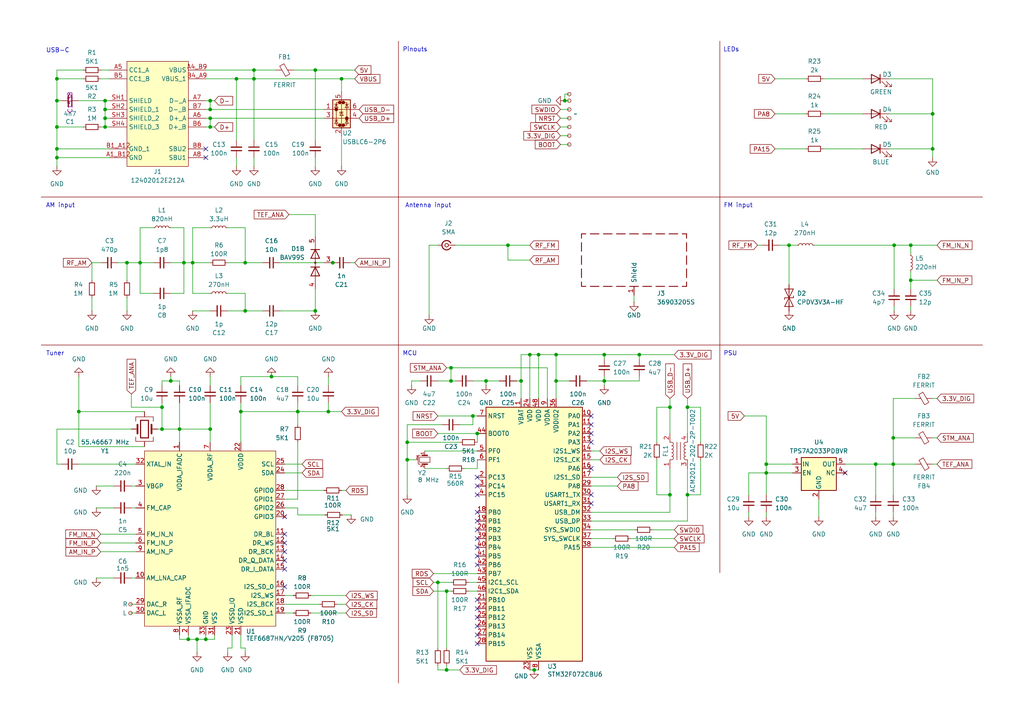
<source format=kicad_sch>
(kicad_sch (version 20250114) (generator "eeschema") (generator_version "9.0")
  (paper "A4")
  (title_block (title "TEF668X Headless USB Tuner Lite") (date "2025-04-11") (rev "v1.0") (company "FMDX.org: Konrad Kosmatka & Sjef Verhoeven"))
  (text "PSU" (at 211.836 102.616 0) (effects (font (size 1.27 1.27))))
  (text "Pinouts\n" (at 120.396 14.478 0) (effects (font (size 1.27 1.27))))
  (text "AM input" (at 17.526 59.69 0) (effects (font (size 1.27 1.27))))
  (text "Antenna input" (at 124.206 59.69 0) (effects (font (size 1.27 1.27))))
  (text "MCU" (at 118.872 102.616 0) (effects (font (size 1.27 1.27))))
  (text "Tuner" (at 16.002 102.616 0) (effects (font (size 1.27 1.27))))
  (text "USB-C" (at 16.764 14.732 0) (effects (font (size 1.27 1.27))))
  (text "FM input" (at 214.122 59.69 0) (effects (font (size 1.27 1.27))))
  (text "LEDs" (at 212.09 14.478 0) (effects (font (size 1.27 1.27))))
  (junction (at 175.26 110.49))
  (junction (at 259.08 134.62))
  (junction (at 137.16 120.65))
  (junction (at 118.11 133.35))
  (junction (at 55.88 76.2))
  (junction (at 95.25 119.38))
  (junction (at 73.66 20.32))
  (junction (at 78.74 109.22))
  (junction (at 16.51 45.72))
  (junction (at 156.21 102.87))
  (junction (at 129.54 194.31))
  (junction (at 69.85 119.38))
  (junction (at 60.96 34.29))
  (junction (at 163.83 29.21))
  (junction (at 222.25 137.16))
  (junction (at 60.96 36.83))
  (junction (at 147.32 71.12))
  (junction (at 46.99 118.11))
  (junction (at 73.66 22.86))
  (junction (at 259.334 71.12))
  (junction (at 194.31 118.11))
  (junction (at 91.44 90.17))
  (junction (at 140.97 110.49))
  (junction (at 161.29 102.87))
  (junction (at 16.51 29.21))
  (junction (at 185.42 102.87))
  (junction (at 57.15 185.42))
  (junction (at 222.25 134.62))
  (junction (at 138.43 125.73))
  (junction (at 52.07 124.46))
  (junction (at 71.12 90.17))
  (junction (at 127 168.91))
  (junction (at 130.81 110.49))
  (junction (at 30.48 29.21))
  (junction (at 154.94 194.31))
  (junction (at 130.81 106.68))
  (junction (at 199.39 143.51))
  (junction (at 199.39 118.11))
  (junction (at 175.26 102.87))
  (junction (at 96.52 76.2))
  (junction (at 99.06 22.86))
  (junction (at 49.53 110.49))
  (junction (at 270.51 43.18))
  (junction (at 40.64 76.2))
  (junction (at 53.34 76.2))
  (junction (at 16.51 36.83))
  (junction (at 129.54 171.45))
  (junction (at 254 134.62))
  (junction (at 36.83 76.2))
  (junction (at 54.61 185.42))
  (junction (at 228.854 71.12))
  (junction (at 30.48 34.29))
  (junction (at 91.44 20.32))
  (junction (at 30.48 36.83))
  (junction (at 270.51 33.02))
  (junction (at 16.51 43.18))
  (junction (at 151.13 110.49))
  (junction (at 118.11 128.27))
  (junction (at 59.69 185.42))
  (junction (at 161.29 110.49))
  (junction (at 68.58 22.86))
  (junction (at 60.96 29.21))
  (junction (at 194.31 143.51))
  (junction (at 264.16 71.12))
  (junction (at 264.16 81.28))
  (junction (at 153.67 102.87))
  (junction (at 259.08 127))
  (junction (at 22.86 119.38))
  (junction (at 46.99 124.46))
  (junction (at 71.12 76.2))
  (junction (at 30.48 31.75))
  (junction (at 16.51 22.86))
  (junction (at 60.96 31.75))
  (junction (at 86.36 119.38))
  (junction (at 60.96 124.46))
  (no_connect (at 171.45 123.19))
  (no_connect (at 138.43 138.43))
  (no_connect (at 171.45 128.27))
  (no_connect (at 138.43 179.07))
  (no_connect (at 82.55 149.86))
  (no_connect (at 82.55 162.56))
  (no_connect (at 138.43 176.53))
  (no_connect (at 82.55 157.48))
  (no_connect (at 82.55 154.94))
  (no_connect (at 171.45 143.51))
  (no_connect (at 138.43 163.83))
  (no_connect (at 138.43 181.61))
  (no_connect (at 138.43 173.99))
  (no_connect (at 171.45 120.65))
  (no_connect (at 59.69 43.18))
  (no_connect (at 59.69 45.72))
  (no_connect (at 245.11 137.16))
  (no_connect (at 138.43 148.59))
  (no_connect (at 82.55 170.18))
  (no_connect (at 82.55 160.02))
  (no_connect (at 138.43 156.21))
  (no_connect (at 138.43 158.75))
  (no_connect (at 138.43 153.67))
  (no_connect (at 138.43 161.29))
  (no_connect (at 138.43 140.97))
  (no_connect (at 138.43 184.15))
  (no_connect (at 82.55 165.1))
  (no_connect (at 138.43 143.51))
  (no_connect (at 171.45 125.73))
  (no_connect (at 171.45 146.05))
  (no_connect (at 138.43 186.69))
  (no_connect (at 171.45 135.89))
  (no_connect (at 138.43 151.13))
  (wire (pts (xy 118.11 123.19) (xy 118.11 128.27)))
  (wire (pts (xy 91.44 62.23) (xy 91.44 68.58)))
  (wire (pts (xy 171.45 140.97) (xy 179.07 140.97)))
  (wire (pts (xy 46.99 118.11) (xy 46.99 116.84)))
  (wire (pts (xy 81.28 90.17) (xy 91.44 90.17)))
  (wire (pts (xy 59.69 34.29) (xy 60.96 34.29)))
  (wire (pts (xy 199.39 115.57) (xy 199.39 118.11)))
  (wire (pts (xy 245.11 134.62) (xy 254 134.62)))
  (wire (pts (xy 259.08 134.62) (xy 265.43 134.62)))
  (wire (pts (xy 16.51 29.21) (xy 17.78 29.21)))
  (wire (pts (xy 137.16 110.49) (xy 140.97 110.49)))
  (wire (pts (xy 71.12 90.17) (xy 71.12 85.09)))
  (wire (pts (xy 52.07 116.84) (xy 52.07 124.46)))
  (wire (pts (xy 81.28 76.2) (xy 96.52 76.2)))
  (wire (pts (xy 40.64 76.2) (xy 40.64 85.09)))
  (wire (pts (xy 264.16 90.17) (xy 264.16 88.9)))
  (wire (pts (xy 138.43 135.89) (xy 138.43 133.35)))
  (wire (pts (xy 29.21 20.32) (xy 31.75 20.32)))
  (wire (pts (xy 30.48 34.29) (xy 30.48 36.83)))
  (wire (pts (xy 82.55 175.26) (xy 92.71 175.26)))
  (wire (pts (xy 66.04 187.96) (xy 66.04 189.23)))
  (wire (pts (xy 171.45 138.43) (xy 179.07 138.43)))
  (wire (pts (xy 119.38 110.49) (xy 119.38 111.76)))
  (polyline (pts (xy 208.788 11.938) (xy 208.788 166.116)) (stroke (width 0) (color 132 0 0 1)))
  (wire (pts (xy 151.13 102.87) (xy 153.67 102.87)))
  (wire (pts (xy 182.88 156.21) (xy 195.58 156.21)))
  (wire (pts (xy 162.56 36.83) (xy 165.1 36.83)))
  (wire (pts (xy 60.96 109.22) (xy 60.96 111.76)))
  (wire (pts (xy 194.31 135.89) (xy 194.31 143.51)))
  (wire (pts (xy 140.97 111.76) (xy 140.97 110.49)))
  (wire (pts (xy 49.53 76.2) (xy 53.34 76.2)))
  (wire (pts (xy 66.04 90.17) (xy 71.12 90.17)))
  (wire (pts (xy 270.51 33.02) (xy 270.51 43.18)))
  (wire (pts (xy 125.73 171.45) (xy 129.54 171.45)))
  (wire (pts (xy 38.1 147.32) (xy 39.37 147.32)))
  (wire (pts (xy 129.54 193.04) (xy 129.54 194.31)))
  (wire (pts (xy 215.9 120.65) (xy 222.25 120.65)))
  (wire (pts (xy 175.26 109.22) (xy 175.26 110.49)))
  (wire (pts (xy 217.17 137.16) (xy 222.25 137.16)))
  (wire (pts (xy 171.45 153.67) (xy 184.15 153.67)))
  (wire (pts (xy 132.08 71.12) (xy 147.32 71.12)))
  (wire (pts (xy 26.67 76.2) (xy 26.67 81.28)))
  (wire (pts (xy 67.31 187.96) (xy 67.31 184.15)))
  (wire (pts (xy 78.74 109.22) (xy 86.36 109.22)))
  (wire (pts (xy 53.34 76.2) (xy 55.88 76.2)))
  (wire (pts (xy 38.1 167.64) (xy 39.37 167.64)))
  (wire (pts (xy 46.99 110.49) (xy 46.99 111.76)))
  (wire (pts (xy 222.25 137.16) (xy 222.25 143.51)))
  (wire (pts (xy 137.16 123.19) (xy 137.16 120.65)))
  (wire (pts (xy 91.44 20.32) (xy 102.87 20.32)))
  (wire (pts (xy 27.94 167.64) (xy 33.02 167.64)))
  (wire (pts (xy 71.12 90.17) (xy 76.2 90.17)))
  (wire (pts (xy 217.17 149.86) (xy 217.17 148.59)))
  (wire (pts (xy 86.36 109.22) (xy 86.36 111.76)))
  (wire (pts (xy 57.15 185.42) (xy 59.69 185.42)))
  (wire (pts (xy 22.86 129.54) (xy 41.91 129.54)))
  (wire (pts (xy 161.29 102.87) (xy 161.29 110.49)))
  (wire (pts (xy 190.5 133.35) (xy 190.5 143.51)))
  (wire (pts (xy 161.29 102.87) (xy 175.26 102.87)))
  (wire (pts (xy 71.12 66.04) (xy 71.12 76.2)))
  (wire (pts (xy 189.23 153.67) (xy 195.58 153.67)))
  (wire (pts (xy 162.56 39.37) (xy 165.1 39.37)))
  (wire (pts (xy 222.25 120.65) (xy 222.25 134.62)))
  (wire (pts (xy 153.67 102.87) (xy 156.21 102.87)))
  (wire (pts (xy 203.2 128.27) (xy 203.2 118.11)))
  (wire (pts (xy 66.04 66.04) (xy 71.12 66.04)))
  (wire (pts (xy 71.12 76.2) (xy 76.2 76.2)))
  (wire (pts (xy 194.31 143.51) (xy 194.31 148.59)))
  (wire (pts (xy 95.25 109.22) (xy 95.25 111.76)))
  (wire (pts (xy 82.55 134.62) (xy 87.63 134.62)))
  (wire (pts (xy 52.07 124.46) (xy 60.96 124.46)))
  (wire (pts (xy 69.85 187.96) (xy 69.85 184.15)))
  (wire (pts (xy 62.23 185.42) (xy 62.23 184.15)))
  (wire (pts (xy 82.55 142.24) (xy 93.98 142.24)))
  (wire (pts (xy 259.334 90.17) (xy 259.334 88.9)))
  (wire (pts (xy 90.17 172.72) (xy 100.33 172.72)))
  (wire (pts (xy 68.58 22.86) (xy 73.66 22.86)))
  (wire (pts (xy 129.54 171.45) (xy 130.81 171.45)))
  (wire (pts (xy 222.25 149.86) (xy 222.25 148.59)))
  (wire (pts (xy 259.08 149.86) (xy 259.08 148.59)))
  (wire (pts (xy 130.81 106.68) (xy 158.75 106.68)))
  (wire (pts (xy 52.07 185.42) (xy 54.61 185.42)))
  (wire (pts (xy 119.38 110.49) (xy 121.92 110.49)))
  (wire (pts (xy 224.79 43.18) (xy 233.68 43.18)))
  (wire (pts (xy 16.51 134.62) (xy 17.78 134.62)))
  (wire (pts (xy 86.36 149.352) (xy 94.234 149.352)))
  (wire (pts (xy 170.18 110.49) (xy 175.26 110.49)))
  (wire (pts (xy 254 134.62) (xy 254 143.51)))
  (wire (pts (xy 135.89 171.45) (xy 138.43 171.45)))
  (wire (pts (xy 46.99 110.49) (xy 49.53 110.49)))
  (wire (pts (xy 60.96 116.84) (xy 60.96 124.46)))
  (wire (pts (xy 59.69 20.32) (xy 73.66 20.32)))
  (wire (pts (xy 69.85 116.84) (xy 69.85 119.38)))
  (wire (pts (xy 238.76 22.86) (xy 250.19 22.86)))
  (wire (pts (xy 54.61 185.42) (xy 54.61 184.15)))
  (wire (pts (xy 99.06 22.86) (xy 102.87 22.86)))
  (wire (pts (xy 127 194.31) (xy 129.54 194.31)))
  (wire (pts (xy 38.1 114.3) (xy 38.1 118.11)))
  (wire (pts (xy 34.29 76.2) (xy 36.83 76.2)))
  (wire (pts (xy 82.55 177.8) (xy 85.09 177.8)))
  (wire (pts (xy 264.16 71.12) (xy 271.78 71.12)))
  (wire (pts (xy 16.51 36.83) (xy 16.51 29.21)))
  (wire (pts (xy 91.44 20.32) (xy 91.44 40.64)))
  (wire (pts (xy 69.85 109.22) (xy 69.85 111.76)))
  (wire (pts (xy 127 125.73) (xy 138.43 125.73)))
  (wire (pts (xy 264.16 78.74) (xy 264.16 81.28)))
  (wire (pts (xy 257.81 33.02) (xy 270.51 33.02)))
  (wire (pts (xy 199.39 135.89) (xy 199.39 143.51)))
  (wire (pts (xy 16.51 134.62) (xy 16.51 124.46)))
  (wire (pts (xy 22.86 29.21) (xy 30.48 29.21)))
  (wire (pts (xy 52.07 124.46) (xy 52.07 128.27)))
  (wire (pts (xy 30.48 34.29) (xy 31.75 34.29)))
  (wire (pts (xy 71.12 85.09) (xy 66.04 85.09)))
  (wire (pts (xy 16.51 20.32) (xy 24.13 20.32)))
  (wire (pts (xy 86.36 116.84) (xy 86.36 119.38)))
  (wire (pts (xy 52.07 110.49) (xy 52.07 111.76)))
  (wire (pts (xy 16.51 36.83) (xy 24.13 36.83)))
  (wire (pts (xy 40.64 76.2) (xy 44.45 76.2)))
  (wire (pts (xy 149.86 110.49) (xy 151.13 110.49)))
  (wire (pts (xy 140.97 110.49) (xy 144.78 110.49)))
  (wire (pts (xy 82.55 172.72) (xy 85.09 172.72)))
  (wire (pts (xy 68.58 45.72) (xy 68.58 48.26)))
  (wire (pts (xy 91.44 83.82) (xy 91.44 90.17)))
  (wire (pts (xy 254 134.62) (xy 259.08 134.62)))
  (wire (pts (xy 163.83 29.21) (xy 165.1 29.21)))
  (wire (pts (xy 222.25 137.16) (xy 222.25 134.62)))
  (wire (pts (xy 60.96 29.21) (xy 62.23 29.21)))
  (wire (pts (xy 71.12 187.96) (xy 71.12 189.23)))
  (wire (pts (xy 129.54 106.68) (xy 130.81 106.68)))
  (wire (pts (xy 60.96 29.21) (xy 60.96 31.75)))
  (wire (pts (xy 22.86 109.22) (xy 22.86 119.38)))
  (wire (pts (xy 127 168.91) (xy 130.81 168.91)))
  (wire (pts (xy 151.13 110.49) (xy 151.13 115.57)))
  (wire (pts (xy 73.66 45.72) (xy 73.66 48.26)))
  (wire (pts (xy 224.79 22.86) (xy 233.68 22.86)))
  (wire (pts (xy 57.15 185.42) (xy 57.15 189.23)))
  (wire (pts (xy 69.85 119.38) (xy 86.36 119.38)))
  (wire (pts (xy 173.99 130.81) (xy 171.45 130.81)))
  (wire (pts (xy 86.36 123.19) (xy 86.36 119.38)))
  (wire (pts (xy 123.19 130.81) (xy 138.43 130.81)))
  (wire (pts (xy 129.54 194.31) (xy 133.35 194.31)))
  (wire (pts (xy 194.31 115.57) (xy 194.31 118.11)))
  (wire (pts (xy 22.86 134.62) (xy 39.37 134.62)))
  (wire (pts (xy 59.69 36.83) (xy 60.96 36.83)))
  (wire (pts (xy 36.83 90.17) (xy 36.83 86.36)))
  (wire (pts (xy 54.61 185.42) (xy 57.15 185.42)))
  (wire (pts (xy 29.21 160.02) (xy 39.37 160.02)))
  (wire (pts (xy 38.1 118.11) (xy 46.99 118.11)))
  (wire (pts (xy 199.39 118.11) (xy 199.39 125.73)))
  (wire (pts (xy 147.32 71.12) (xy 147.32 75.438)))
  (wire (pts (xy 171.45 156.21) (xy 177.8 156.21)))
  (wire (pts (xy 190.5 143.51) (xy 194.31 143.51)))
  (wire (pts (xy 60.96 34.29) (xy 60.96 36.83)))
  (wire (pts (xy 270.51 134.62) (xy 271.78 134.62)))
  (wire (pts (xy 69.85 109.22) (xy 78.74 109.22)))
  (wire (pts (xy 90.17 177.8) (xy 100.33 177.8)))
  (wire (pts (xy 162.56 34.29) (xy 165.1 34.29)))
  (wire (pts (xy 163.83 27.305) (xy 165.1 27.305)))
  (wire (pts (xy 16.51 43.18) (xy 16.51 45.72)))
  (wire (pts (xy 270.51 45.72) (xy 270.51 43.18)))
  (wire (pts (xy 127 168.91) (xy 127 187.96)))
  (wire (pts (xy 171.45 158.75) (xy 195.58 158.75)))
  (wire (pts (xy 229.87 137.16) (xy 222.25 137.16)))
  (wire (pts (xy 82.55 137.16) (xy 87.63 137.16)))
  (wire (pts (xy 86.36 119.38) (xy 95.25 119.38)))
  (wire (pts (xy 259.08 134.62) (xy 259.08 143.51)))
  (wire (pts (xy 86.36 128.27) (xy 86.36 144.78)))
  (wire (pts (xy 259.08 115.57) (xy 259.08 127)))
  (wire (pts (xy 59.69 31.75) (xy 60.96 31.75)))
  (wire (pts (xy 66.04 187.96) (xy 67.31 187.96)))
  (wire (pts (xy 147.32 75.438) (xy 153.67 75.438)))
  (wire (pts (xy 91.44 45.72) (xy 91.44 48.26)))
  (wire (pts (xy 55.88 76.2) (xy 55.88 85.09)))
  (wire (pts (xy 228.854 71.12) (xy 228.854 82.55)))
  (polyline (pts (xy 115.57 11.938) (xy 115.57 198.12)) (stroke (width 0) (color 132 0 0 1)))
  (wire (pts (xy 95.25 116.84) (xy 95.25 119.38)))
  (wire (pts (xy 118.11 128.27) (xy 133.35 128.27)))
  (wire (pts (xy 125.73 168.91) (xy 127 168.91)))
  (wire (pts (xy 123.19 135.89) (xy 129.54 135.89)))
  (wire (pts (xy 129.54 171.45) (xy 129.54 187.96)))
  (wire (pts (xy 265.43 115.57) (xy 259.08 115.57)))
  (wire (pts (xy 127 193.04) (xy 127 194.31)))
  (wire (pts (xy 45.72 124.46) (xy 46.99 124.46)))
  (wire (pts (xy 68.58 22.86) (xy 68.58 40.64)))
  (wire (pts (xy 194.31 118.11) (xy 194.31 125.73)))
  (wire (pts (xy 137.16 123.19) (xy 133.35 123.19)))
  (wire (pts (xy 250.19 33.02) (xy 238.76 33.02)))
  (wire (pts (xy 259.08 127) (xy 265.43 127)))
  (wire (pts (xy 264.16 71.12) (xy 264.16 73.66)))
  (wire (pts (xy 190.5 118.11) (xy 190.5 128.27)))
  (wire (pts (xy 60.96 31.75) (xy 93.98 31.75)))
  (wire (pts (xy 156.21 115.57) (xy 156.21 102.87)))
  (wire (pts (xy 86.36 147.32) (xy 86.36 149.352)))
  (wire (pts (xy 83.82 62.23) (xy 91.44 62.23)))
  (wire (pts (xy 66.04 76.2) (xy 71.12 76.2)))
  (wire (pts (xy 99.06 39.37) (xy 99.06 48.26)))
  (wire (pts (xy 226.06 71.12) (xy 228.854 71.12)))
  (wire (pts (xy 237.49 144.78) (xy 237.49 149.86)))
  (wire (pts (xy 27.94 140.97) (xy 33.02 140.97)))
  (wire (pts (xy 59.69 22.86) (xy 68.58 22.86)))
  (wire (pts (xy 27.94 147.32) (xy 33.02 147.32)))
  (wire (pts (xy 194.31 148.59) (xy 171.45 148.59)))
  (wire (pts (xy 52.07 185.42) (xy 52.07 184.15)))
  (wire (pts (xy 36.83 76.2) (xy 40.64 76.2)))
  (wire (pts (xy 130.81 110.49) (xy 127 110.49)))
  (wire (pts (xy 154.94 194.31) (xy 156.21 194.31)))
  (wire (pts (xy 153.67 102.87) (xy 153.67 115.57)))
  (wire (pts (xy 37.846 175.26) (xy 39.37 175.26)))
  (wire (pts (xy 127 120.65) (xy 137.16 120.65)))
  (wire (pts (xy 222.25 134.62) (xy 229.87 134.62)))
  (wire (pts (xy 46.99 124.46) (xy 52.07 124.46)))
  (wire (pts (xy 40.64 66.04) (xy 44.45 66.04)))
  (wire (pts (xy 102.87 76.2) (xy 101.6 76.2)))
  (wire (pts (xy 220.98 71.12) (xy 219.71 71.12)))
  (wire (pts (xy 60.96 34.29) (xy 93.98 34.29)))
  (wire (pts (xy 49.53 66.04) (xy 53.34 66.04)))
  (wire (pts (xy 60.96 36.83) (xy 62.23 36.83)))
  (wire (pts (xy 270.51 127) (xy 271.78 127)))
  (wire (pts (xy 127 71.12) (xy 124.46 71.12)))
  (wire (pts (xy 59.69 29.21) (xy 60.96 29.21)))
  (wire (pts (xy 59.69 185.42) (xy 62.23 185.42)))
  (wire (pts (xy 228.854 71.12) (xy 231.14 71.12)))
  (wire (pts (xy 175.26 102.87) (xy 185.42 102.87)))
  (wire (pts (xy 203.2 133.35) (xy 203.2 143.51)))
  (wire (pts (xy 270.51 22.86) (xy 270.51 33.02)))
  (wire (pts (xy 158.75 106.68) (xy 158.75 115.57)))
  (wire (pts (xy 30.48 31.75) (xy 31.75 31.75)))
  (polyline (pts (xy 11.938 57.15) (xy 284.988 57.15)) (stroke (width 0) (color 132 0 0 1)))
  (wire (pts (xy 55.88 90.17) (xy 60.96 90.17)))
  (wire (pts (xy 118.11 133.35) (xy 120.65 133.35)))
  (wire (pts (xy 147.32 71.12) (xy 153.67 71.12)))
  (wire (pts (xy 46.99 118.11) (xy 46.99 124.46)))
  (wire (pts (xy 73.66 20.32) (xy 80.01 20.32)))
  (wire (pts (xy 69.85 119.38) (xy 69.85 128.27)))
  (wire (pts (xy 40.64 66.04) (xy 40.64 76.2)))
  (wire (pts (xy 49.53 110.49) (xy 52.07 110.49)))
  (wire (pts (xy 82.55 144.78) (xy 86.36 144.78)))
  (wire (pts (xy 26.67 76.2) (xy 29.21 76.2)))
  (wire (pts (xy 16.51 124.46) (xy 38.1 124.46)))
  (wire (pts (xy 59.69 185.42) (xy 59.69 184.15)))
  (wire (pts (xy 185.42 109.22) (xy 185.42 110.49)))
  (wire (pts (xy 259.334 71.12) (xy 264.16 71.12)))
  (wire (pts (xy 73.66 22.86) (xy 99.06 22.86)))
  (wire (pts (xy 30.48 29.21) (xy 31.75 29.21)))
  (wire (pts (xy 29.21 36.83) (xy 30.48 36.83)))
  (wire (pts (xy 162.56 41.91) (xy 165.1 41.91)))
  (wire (pts (xy 97.79 175.26) (xy 100.33 175.26)))
  (wire (pts (xy 236.22 71.12) (xy 259.334 71.12)))
  (wire (pts (xy 203.2 118.11) (xy 199.39 118.11)))
  (wire (pts (xy 99.314 149.352) (xy 101.854 149.352)))
  (wire (pts (xy 40.64 85.09) (xy 44.45 85.09)))
  (wire (pts (xy 49.53 85.09) (xy 53.34 85.09)))
  (wire (pts (xy 30.48 29.21) (xy 30.48 31.75)))
  (wire (pts (xy 124.46 71.12) (xy 124.46 91.44)))
  (wire (pts (xy 199.39 143.51) (xy 199.39 151.13)))
  (wire (pts (xy 16.51 36.83) (xy 16.51 43.18)))
  (wire (pts (xy 138.43 125.73) (xy 138.43 128.27)))
  (wire (pts (xy 55.88 66.04) (xy 60.96 66.04)))
  (wire (pts (xy 49.53 109.22) (xy 49.53 110.49)))
  (wire (pts (xy 16.51 29.21) (xy 16.51 22.86)))
  (wire (pts (xy 161.29 115.57) (xy 161.29 110.49)))
  (wire (pts (xy 175.26 110.49) (xy 175.26 111.76)))
  (wire (pts (xy 254 149.86) (xy 254 148.59)))
  (wire (pts (xy 118.11 128.27) (xy 118.11 133.35)))
  (wire (pts (xy 16.51 45.72) (xy 31.75 45.72)))
  (wire (pts (xy 30.48 36.83) (xy 31.75 36.83)))
  (wire (pts (xy 264.16 81.28) (xy 264.16 83.82)))
  (wire (pts (xy 130.81 106.68) (xy 130.81 110.49)))
  (wire (pts (xy 16.51 45.72) (xy 16.51 48.26)))
  (wire (pts (xy 171.45 133.35) (xy 173.99 133.35)))
  (wire (pts (xy 60.96 124.46) (xy 60.96 128.27)))
  (wire (pts (xy 125.73 166.37) (xy 138.43 166.37)))
  (wire (pts (xy 29.21 22.86) (xy 31.75 22.86)))
  (wire (pts (xy 100.33 142.24) (xy 99.06 142.24)))
  (wire (pts (xy 26.67 86.36) (xy 26.67 90.17)))
  (wire (pts (xy 29.21 154.94) (xy 39.37 154.94)))
  (wire (pts (xy 37.846 177.8) (xy 39.37 177.8)))
  (wire (pts (xy 171.45 151.13) (xy 199.39 151.13)))
  (wire (pts (xy 118.11 123.19) (xy 128.27 123.19)))
  (wire (pts (xy 82.55 147.32) (xy 86.36 147.32)))
  (wire (pts (xy 36.83 76.2) (xy 36.83 81.28)))
  (wire (pts (xy 217.17 137.16) (xy 217.17 143.51)))
  (wire (pts (xy 132.08 110.49) (xy 130.81 110.49)))
  (wire (pts (xy 85.09 20.32) (xy 91.44 20.32)))
  (wire (pts (xy 118.11 133.35) (xy 118.11 143.51)))
  (wire (pts (xy 38.1 140.97) (xy 39.37 140.97)))
  (wire (pts (xy 156.21 102.87) (xy 161.29 102.87)))
  (wire (pts (xy 73.66 20.32) (xy 73.66 22.86)))
  (wire (pts (xy 259.334 71.12) (xy 259.334 83.82)))
  (wire (pts (xy 30.48 31.75) (xy 30.48 34.29)))
  (wire (pts (xy 55.88 66.04) (xy 55.88 76.2)))
  (wire (pts (xy 162.56 31.75) (xy 165.1 31.75)))
  (wire (pts (xy 194.31 118.11) (xy 190.5 118.11)))
  (wire (pts (xy 175.26 102.87) (xy 175.26 104.14)))
  (wire (pts (xy 16.51 22.86) (xy 24.13 22.86)))
  (wire (pts (xy 95.25 119.38) (xy 99.06 119.38)))
  (wire (pts (xy 163.83 29.21) (xy 163.83 27.305)))
  (wire (pts (xy 224.79 33.02) (xy 233.68 33.02)))
  (wire (pts (xy 53.34 76.2) (xy 53.34 85.09)))
  (wire (pts (xy 29.21 157.48) (xy 39.37 157.48)))
  (wire (pts (xy 55.88 76.2) (xy 60.96 76.2)))
  (wire (pts (xy 257.81 22.86) (xy 270.51 22.86)))
  (wire (pts (xy 175.26 110.49) (xy 185.42 110.49)))
  (wire (pts (xy 55.88 85.09) (xy 60.96 85.09)))
  (wire (pts (xy 22.86 119.38) (xy 22.86 129.54)))
  (wire (pts (xy 16.51 22.86) (xy 16.51 20.32)))
  (wire (pts (xy 259.08 127) (xy 259.08 134.62)))
  (wire (pts (xy 257.81 43.18) (xy 270.51 43.18)))
  (wire (pts (xy 151.13 110.49) (xy 151.13 102.87)))
  (wire (pts (xy 185.42 102.87) (xy 185.42 104.14)))
  (wire (pts (xy 165.1 110.49) (xy 161.29 110.49)))
  (wire (pts (xy 99.06 22.86) (xy 99.06 26.67)))
  (wire (pts (xy 22.86 119.38) (xy 41.91 119.38)))
  (wire (pts (xy 185.42 102.87) (xy 195.58 102.87)))
  (wire (pts (xy 154.94 194.31) (xy 153.67 194.31)))
  (wire (pts (xy 183.896 85.598) (xy 183.896 87.63)))
  (wire (pts (xy 270.51 115.57) (xy 271.78 115.57)))
  (wire (pts (xy 199.39 143.51) (xy 203.2 143.51)))
  (wire (pts (xy 137.16 120.65) (xy 138.43 120.65)))
  (wire (pts (xy 264.16 81.28) (xy 271.78 81.28)))
  (wire (pts (xy 53.34 66.04) (xy 53.34 76.2)))
  (wire (pts (xy 73.66 22.86) (xy 73.66 40.64)))
  (wire (pts (xy 135.89 168.91) (xy 138.43 168.91)))
  (polyline (pts (xy 11.938 100.076) (xy 284.988 100.076)) (stroke (width 0) (color 132 0 0 1)))
  (wire (pts (xy 16.51 43.18) (xy 31.75 43.18)))
  (wire (pts (xy 250.19 43.18) (xy 238.76 43.18)))
  (wire (pts (xy 71.12 187.96) (xy 69.85 187.96)))
  (wire (pts (xy 134.62 135.89) (xy 138.43 135.89)))
  (global_label "SWCLK" (shape input) (at 195.58 156.21 0) (property "Intersheetrefs" "${INTERSHEET_REFS}" (effects (hide yes))))
  (global_label "I2S_SD" (shape input) (at 179.07 138.43 0) (property "Intersheetrefs" "${INTERSHEET_REFS}" (effects (hide yes))))
  (global_label "RF_FM" (shape input) (at 219.71 71.12 180) (property "Intersheetrefs" "${INTERSHEET_REFS}" (effects (hide yes))))
  (global_label "3.3V_DIG" (shape input) (at 271.78 115.57 0) (property "Intersheetrefs" "${INTERSHEET_REFS}" (effects (hide yes))))
  (global_label "PA15" (shape input) (at 195.58 158.75 0) (property "Intersheetrefs" "${INTERSHEET_REFS}" (effects (hide yes))))
  (global_label "NRST" (shape input) (at 127 120.65 180) (property "Intersheetrefs" "${INTERSHEET_REFS}" (effects (hide yes))))
  (global_label "AM_IN_P" (shape input) (at 102.87 76.2 0) (property "Intersheetrefs" "${INTERSHEET_REFS}" (effects (hide yes))))
  (global_label "FM_IN_N" (shape input) (at 29.21 154.94 180) (property "Intersheetrefs" "${INTERSHEET_REFS}" (effects (hide yes))))
  (global_label "FM_IN_N" (shape input) (at 271.78 71.12 0) (property "Intersheetrefs" "${INTERSHEET_REFS}" (effects (hide yes))))
  (global_label "FM_IN_P" (shape input) (at 271.78 81.28 0) (property "Intersheetrefs" "${INTERSHEET_REFS}" (effects (hide yes))))
  (global_label "USB_D-" (shape input) (at 104.14 31.75 0) (property "Intersheetrefs" "${INTERSHEET_REFS}" (effects (hide yes))))
  (global_label "RF_FM" (shape input) (at 153.67 71.12 0) (property "Intersheetrefs" "${INTERSHEET_REFS}" (effects (hide yes))))
  (global_label "SWCLK" (shape input) (at 162.56 36.83 180) (property "Intersheetrefs" "${INTERSHEET_REFS}" (effects (hide yes))))
  (global_label "5V" (shape input) (at 102.87 20.32 0) (property "Intersheetrefs" "${INTERSHEET_REFS}" (effects (hide yes))))
  (global_label "SCL" (shape input) (at 125.73 168.91 180) (property "Intersheetrefs" "${INTERSHEET_REFS}" (effects (hide yes))))
  (global_label "3.3V_DIG" (shape input) (at 162.56 39.37 180) (property "Intersheetrefs" "${INTERSHEET_REFS}" (effects (hide yes))))
  (global_label "FM_IN_P" (shape input) (at 29.21 157.48 180) (property "Intersheetrefs" "${INTERSHEET_REFS}" (effects (hide yes))))
  (global_label "SDA" (shape input) (at 125.73 171.45 180) (property "Intersheetrefs" "${INTERSHEET_REFS}" (effects (hide yes))))
  (global_label "D+" (shape input) (at 62.23 36.83 0) (property "Intersheetrefs" "${INTERSHEET_REFS}" (effects (hide yes))))
  (global_label "PA8" (shape input) (at 224.79 33.02 180) (property "Intersheetrefs" "${INTERSHEET_REFS}" (effects (hide yes))))
  (global_label "USB_D+" (shape input) (at 104.14 34.29 0) (property "Intersheetrefs" "${INTERSHEET_REFS}" (effects (hide yes))))
  (global_label "D-" (shape input) (at 62.23 29.21 0) (property "Intersheetrefs" "${INTERSHEET_REFS}" (effects (hide yes))))
  (global_label "TEF_ANA" (shape input) (at 38.1 114.3 90) (property "Intersheetrefs" "${INTERSHEET_REFS}" (effects (hide yes))))
  (global_label "I2S_WS" (shape input) (at 173.99 130.81 0) (property "Intersheetrefs" "${INTERSHEET_REFS}" (effects (hide yes))))
  (global_label "RF_AM" (shape input) (at 26.67 76.2 180) (property "Intersheetrefs" "${INTERSHEET_REFS}" (effects (hide yes))))
  (global_label "SCL" (shape input) (at 87.63 134.62 0) (property "Intersheetrefs" "${INTERSHEET_REFS}" (effects (hide yes))))
  (global_label "RF_AM" (shape input) (at 153.67 75.438 0) (property "Intersheetrefs" "${INTERSHEET_REFS}" (effects (hide yes))))
  (global_label "I2S_CK" (shape input) (at 173.99 133.35 0) (property "Intersheetrefs" "${INTERSHEET_REFS}" (effects (hide yes))))
  (global_label "RDS" (shape input) (at 100.33 142.24 0) (property "Intersheetrefs" "${INTERSHEET_REFS}" (effects (hide yes))))
  (global_label "NRST" (shape input) (at 162.56 34.29 180) (property "Intersheetrefs" "${INTERSHEET_REFS}" (effects (hide yes))))
  (global_label "VBUS" (shape input) (at 102.87 22.86 0) (property "Intersheetrefs" "${INTERSHEET_REFS}" (effects (hide yes))))
  (global_label "USB_D-" (shape input) (at 194.31 115.57 90) (property "Intersheetrefs" "${INTERSHEET_REFS}" (effects (hide yes))))
  (global_label "USB_D+" (shape input) (at 199.39 115.57 90) (property "Intersheetrefs" "${INTERSHEET_REFS}" (effects (hide yes))))
  (global_label "RDS" (shape input) (at 125.73 166.37 180) (property "Intersheetrefs" "${INTERSHEET_REFS}" (effects (hide yes))))
  (global_label "3.3V_DIG" (shape input) (at 133.35 194.31 0) (property "Intersheetrefs" "${INTERSHEET_REFS}" (effects (hide yes))))
  (global_label "TEF_ANA" (shape input) (at 271.78 134.62 0) (property "Intersheetrefs" "${INTERSHEET_REFS}" (effects (hide yes))))
  (global_label "I2S_CK" (shape input) (at 100.33 175.26 0) (property "Intersheetrefs" "${INTERSHEET_REFS}" (effects (hide yes))))
  (global_label "3.3V_DIG" (shape input) (at 195.58 102.87 0) (property "Intersheetrefs" "${INTERSHEET_REFS}" (effects (hide yes))))
  (global_label "3.3V_DIG" (shape input) (at 99.06 119.38 0) (property "Intersheetrefs" "${INTERSHEET_REFS}" (effects (hide yes))))
  (global_label "SWDIO" (shape input) (at 195.58 153.67 0) (property "Intersheetrefs" "${INTERSHEET_REFS}" (effects (hide yes))))
  (global_label "PA15" (shape input) (at 224.79 43.18 180) (property "Intersheetrefs" "${INTERSHEET_REFS}" (effects (hide yes))))
  (global_label "BOOT" (shape input) (at 162.56 41.91 180) (property "Intersheetrefs" "${INTERSHEET_REFS}" (effects (hide yes))))
  (global_label "SWDIO" (shape input) (at 162.56 31.75 180) (property "Intersheetrefs" "${INTERSHEET_REFS}" (effects (hide yes))))
  (global_label "STM_ANA" (shape input) (at 129.54 106.68 180) (property "Intersheetrefs" "${INTERSHEET_REFS}" (effects (hide yes))))
  (global_label "TEF_ANA" (shape input) (at 83.82 62.23 180) (property "Intersheetrefs" "${INTERSHEET_REFS}" (effects (hide yes))))
  (global_label "AM_IN_P" (shape input) (at 29.21 160.02 180) (property "Intersheetrefs" "${INTERSHEET_REFS}" (effects (hide yes))))
  (global_label "5V" (shape input) (at 215.9 120.65 180) (property "Intersheetrefs" "${INTERSHEET_REFS}" (effects (hide yes))))
  (global_label "PA8" (shape input) (at 179.07 140.97 0) (property "Intersheetrefs" "${INTERSHEET_REFS}" (effects (hide yes))))
  (global_label "5V" (shape input) (at 224.79 22.86 180) (property "Intersheetrefs" "${INTERSHEET_REFS}" (effects (hide yes))))
  (global_label "STM_ANA" (shape input) (at 271.78 127 0) (property "Intersheetrefs" "${INTERSHEET_REFS}" (effects (hide yes))))
  (global_label "BOOT" (shape input) (at 127 125.73 180) (property "Intersheetrefs" "${INTERSHEET_REFS}" (effects (hide yes))))
  (global_label "I2S_WS" (shape input) (at 100.33 172.72 0) (property "Intersheetrefs" "${INTERSHEET_REFS}" (effects (hide yes))))
  (global_label "I2S_SD" (shape input) (at 100.33 177.8 0) (property "Intersheetrefs" "${INTERSHEET_REFS}" (effects (hide yes))))
  (global_label "SDA" (shape input) (at 87.63 137.16 0) (property "Intersheetrefs" "${INTERSHEET_REFS}" (effects (hide yes))))
  (symbol (lib_id "Connector:TestPoint_Small") (at 165.1 29.21 0) (unit 1)
    (property "Reference" "TP4" (effects (hide yes)))
    (property "Footprint" "TestPoint:TestPoint_Pad_D1.0mm" (effects (hide yes)))
    (property "Description" "test point" (effects (hide yes)))
  )
  (symbol (lib_id "Device:FerriteBead_Small") (at 267.97 134.62 270) (mirror x) (unit 1)
    (property "Reference" "FB4" (at 268.0081 140.97 90))
    (property "Value" "FERRIT" (at 268.0081 138.43 90))
    (property "Footprint" "Inductor_SMD:L_0402_1005Metric" (effects (hide yes)))
    (property "Description" "Ferrite bead, small symbol" (effects (hide yes)))
  )
  (symbol (lib_id "Connector:TestPoint_Small") (at 165.1 27.305 0) (unit 1)
    (property "Reference" "TP3" (effects (hide yes)))
    (property "Footprint" "TestPoint:TestPoint_Pad_D1.0mm" (effects (hide yes)))
    (property "Description" "test point" (effects (hide yes)))
  )
  (symbol (lib_id "power:GND") (at 68.58 48.26 0) (unit 1)
    (property "Reference" "#PWR013" (effects (hide yes)))
    (property "Value" "GND" (at 68.58 53.34 0))
    (property "Description" "Power symbol creates a global label with name \"GND\" , ground" (effects (hide yes)))
  )
  (symbol (lib_id "power:GND") (at 264.16 90.17 0) (unit 1)
    (property "Reference" "#PWR037" (effects (hide yes)))
    (property "Value" "GND" (at 264.16 95.25 0))
    (property "Description" "Power symbol creates a global label with name \"GND\" , ground" (effects (hide yes)))
  )
  (symbol (lib_id "Device:FerriteBead_Small") (at 82.55 20.32 270) (mirror x) (unit 1)
    (property "Reference" "FB1" (at 82.55 16.51 90))
    (property "Value" "FERRIT" (at 82.55 24.638 90))
    (property "Footprint" "Inductor_SMD:L_0402_1005Metric" (effects (hide yes)))
    (property "Description" "Ferrite bead, small symbol" (effects (hide yes)))
  )
  (symbol (lib_id "Device:C_Small") (at 69.85 114.3 180) (unit 1)
    (property "Reference" "C14" (at 72.39 113.0235 0) (effects (justify right)))
    (property "Value" "100n" (at 72.39 115.5635 0) (effects (justify right)))
    (property "Footprint" "Capacitor_SMD:C_0402_1005Metric" (effects (hide yes)))
    (property "Description" "Unpolarized capacitor, small symbol" (effects (hide yes)))
  )
  (symbol (lib_id "Device:C_Small") (at 185.42 106.68 180) (unit 1)
    (property "Reference" "C28" (at 187.96 105.4035 0) (effects (justify right)))
    (property "Value" "4u7" (at 187.96 107.9435 0) (effects (justify right)))
    (property "Footprint" "Capacitor_SMD:C_0402_1005Metric" (effects (hide yes)))
    (property "Description" "Unpolarized capacitor, small symbol" (effects (hide yes)))
  )
  (symbol (lib_id "Device:FerriteBead_Small") (at 267.97 127 90) (mirror x) (unit 1)
    (property "Reference" "FB3" (at 267.9319 120.65 90))
    (property "Value" "FERRIT" (at 267.9319 123.19 90))
    (property "Footprint" "Inductor_SMD:L_0402_1005Metric" (effects (hide yes)))
    (property "Description" "Ferrite bead, small symbol" (effects (hide yes)))
  )
  (symbol (lib_id "power:GND") (at 27.94 147.32 0) (mirror y) (unit 1)
    (property "Reference" "#PWR05" (effects (hide yes)))
    (property "Value" "GND" (at 25.4 148.5899 0) (effects (justify left)))
    (property "Description" "Power symbol creates a global label with name \"GND\" , ground" (effects (hide yes)))
  )
  (symbol (lib_id "Device:C_Small") (at 217.17 146.05 0) (mirror x) (unit 1)
    (property "Reference" "C29" (at 214.63 144.7735 0) (effects (justify right)))
    (property "Value" "10u" (at 214.63 147.3135 0) (effects (justify right)))
    (property "Footprint" "Capacitor_SMD:C_0402_1005Metric" (effects (hide yes)))
    (property "Description" "Unpolarized capacitor, small symbol" (effects (hide yes)))
  )
  (symbol (lib_id "Device:C_Small") (at 91.44 43.18 180) (unit 1)
    (property "Reference" "C19" (at 88.392 41.91 0) (effects (justify left)))
    (property "Value" "100n" (at 89.662 44.45 0) (effects (justify left)))
    (property "Footprint" "Capacitor_SMD:C_0402_1005Metric" (effects (hide yes)))
    (property "Description" "Unpolarized capacitor, small symbol" (effects (hide yes)))
  )
  (symbol (lib_id "Device:C_Small") (at 78.74 90.17 90) (unit 1)
    (property "Reference" "C17" (at 78.7463 96.52 90))
    (property "Value" "12p" (at 78.7463 93.98 90))
    (property "Footprint" "Capacitor_SMD:C_0402_1005Metric" (effects (hide yes)))
    (property "Description" "Unpolarized capacitor, small symbol" (effects (hide yes)))
  )
  (symbol (lib_id "power:GND") (at 270.51 45.72 0) (unit 1)
    (property "Reference" "#PWR038" (effects (hide yes)))
    (property "Value" "GND" (at 268.478 50.038 0) (effects (justify left)))
    (property "Description" "Power symbol creates a global label with name \"GND\" , ground" (effects (hide yes)))
  )
  (symbol (lib_id "Device:C_Small") (at 147.32 110.49 270) (unit 1)
    (property "Reference" "C25" (at 147.3136 116.84 90))
    (property "Value" "100n" (at 147.3136 114.3 90))
    (property "Footprint" "Capacitor_SMD:C_0402_1005Metric" (effects (hide yes)))
    (property "Description" "Unpolarized capacitor, small symbol" (effects (hide yes)))
  )
  (symbol (lib_id "Device:R_Small") (at 26.67 20.32 270) (unit 1)
    (property "Reference" "R1" (at 26.67 15.24 90))
    (property "Value" "5K1" (at 26.67 17.78 90))
    (property "Footprint" "Resistor_SMD:R_0402_1005Metric" (effects (hide yes)))
    (property "Description" "Resistor, small symbol" (effects (hide yes)))
  )
  (symbol (lib_id "Device:C_Small") (at 130.81 123.19 270) (mirror x) (unit 1)
    (property "Reference" "C23" (at 130.8037 129.54 90))
    (property "Value" "100n" (at 130.8037 127 90))
    (property "Footprint" "Capacitor_SMD:C_0402_1005Metric" (effects (hide yes)))
    (property "Description" "Unpolarized capacitor, small symbol" (effects (hide yes)))
  )
  (symbol (lib_id "power:GND") (at 254 149.86 0) (mirror y) (unit 1)
    (property "Reference" "#PWR034" (effects (hide yes)))
    (property "Value" "GND" (at 254 154.94 0))
    (property "Description" "Power symbol creates a global label with name \"GND\" , ground" (effects (hide yes)))
  )
  (symbol (lib_id "Device:C_Small") (at 134.62 110.49 90) (unit 1)
    (property "Reference" "C24" (at 134.6263 116.84 90))
    (property "Value" "100n" (at 134.6263 114.3 90))
    (property "Footprint" "Capacitor_SMD:C_0402_1005Metric" (effects (hide yes)))
    (property "Description" "Unpolarized capacitor, small symbol" (effects (hide yes)))
  )
  (symbol (lib_id "power:GND") (at 66.04 189.23 0) (unit 1)
    (property "Reference" "#PWR012" (effects (hide yes)))
    (property "Value" "GND" (at 66.04 194.31 0))
    (property "Description" "Power symbol creates a global label with name \"GND\" , ground" (effects (hide yes)))
  )
  (symbol (lib_id "Device:L_Small") (at 264.16 76.2 0) (unit 1)
    (property "Reference" "L5" (at 265.43 74.9299 0) (effects (justify left)))
    (property "Value" "220nH" (at 265.43 77.4699 0) (effects (justify left)))
    (property "Footprint" "Inductor_SMD:L_0402_1005Metric" (effects (hide yes)))
    (property "Description" "Inductor, small symbol" (effects (hide yes)))
  )
  (symbol (lib_id "Device:C_Small") (at 20.32 29.21 270) (unit 1)
    (property "Reference" "C1" (at 20.32 35.306 90))
    (property "Value" "4n7" (at 20.3137 33.02 90))
    (property "Footprint" "Capacitor_SMD:C_0402_1005Metric" (effects (hide yes)))
    (property "Description" "Unpolarized capacitor, small symbol" (effects (hide yes)))
    (property "MANUFACTURER" "C1538 " (at 20.32 29.21 0))
  )
  (symbol (lib_id "Device:R_Small") (at 96.774 149.352 90) (mirror x) (unit 1)
    (property "Reference" "R12" (at 98.552 151.638 90) (effects (justify left)))
    (property "Value" "5K1" (at 98.552 153.416 90) (effects (justify left)))
    (property "Footprint" "Resistor_SMD:R_0402_1005Metric" (effects (hide yes)))
    (property "Description" "Resistor, small symbol" (effects (hide yes)))
  )
  (symbol (lib_id "Device:C_Small") (at 68.58 43.18 180) (unit 1)
    (property "Reference" "C13" (at 63.4936 41.91 0))
    (property "Value" "100n" (at 63.4936 44.45 0))
    (property "Footprint" "Capacitor_SMD:C_0402_1005Metric" (effects (hide yes)))
    (property "Description" "Unpolarized capacitor, small symbol" (effects (hide yes)))
  )
  (symbol (lib_id "power:GND") (at 163.83 29.21 270) (unit 1)
    (property "Reference" "#PWR027" (effects (hide yes)))
    (property "Value" "GND" (at 160.02 29.2099 90) (effects (justify right)))
    (property "Description" "Power symbol creates a global label with name \"GND\" , ground" (effects (hide yes)))
  )
  (symbol (lib_id "Device:C_Small") (at 46.99 114.3 0) (mirror x) (unit 1)
    (property "Reference" "C9" (at 44.45 113.0235 0) (effects (justify right)))
    (property "Value" "10u" (at 44.45 115.5635 0) (effects (justify right)))
    (property "Footprint" "Capacitor_SMD:C_0402_1005Metric" (effects (hide yes)))
    (property "Description" "Unpolarized capacitor, small symbol" (effects (hide yes)))
  )
  (symbol (lib_id "Device:R_Small") (at 190.5 130.81 0) (mirror x) (unit 1)
    (property "Reference" "R21" (at 189.23 129.54 0) (effects (justify right)))
    (property "Value" "2K" (at 189.23 132.08 0) (effects (justify right)))
    (property "Footprint" "Resistor_SMD:R_0402_1005Metric" (effects (hide yes)))
    (property "Description" "Resistor, small symbol" (effects (hide yes)))
  )
  (symbol (lib_id "Device:L_Small") (at 63.5 85.09 90) (unit 1)
    (property "Reference" "L3" (at 63.5 80.01 90))
    (property "Value" "270nH" (at 63.5 82.55 90))
    (property "Footprint" "Inductor_SMD:L_0402_1005Metric" (effects (hide yes)))
    (property "Description" "Inductor, small symbol" (effects (hide yes)))
  )
  (symbol (lib_id "power:GND") (at 27.94 167.64 0) (mirror y) (unit 1)
    (property "Reference" "#PWR06" (effects (hide yes)))
    (property "Value" "GND" (at 25.4 168.9099 0) (effects (justify left)))
    (property "Description" "Power symbol creates a global label with name \"GND\" , ground" (effects (hide yes)))
  )
  (symbol (lib_id "power:GND") (at 16.51 48.26 0) (unit 1)
    (property "Reference" "#PWR01" (effects (hide yes)))
    (property "Value" "GND" (at 16.51 53.34 0))
    (property "Description" "Power symbol creates a global label with name \"GND\" , ground" (effects (hide yes)))
  )
  (symbol (lib_id "power:GND") (at 228.854 90.17 0) (mirror y) (unit 1)
    (property "Reference" "#PWR032" (effects (hide yes)))
    (property "Value" "GND" (at 228.854 95.25 0))
    (property "Description" "Power symbol creates a global label with name \"GND\" , ground" (effects (hide yes)))
  )
  (symbol (lib_id "Device:C_Small") (at 35.56 147.32 90) (unit 1)
    (property "Reference" "C5" (at 35.5663 153.67 90))
    (property "Value" "1n" (at 35.5663 151.13 90))
    (property "Footprint" "Capacitor_SMD:C_0402_1005Metric" (effects (hide yes)))
    (property "Description" "Unpolarized capacitor, small symbol" (effects (hide yes)))
  )
  (symbol (lib_id "Device:R_Small") (at 86.36 125.73 0) (mirror x) (unit 1)
    (property "Reference" "R7" (at 83.82 124.4599 0) (effects (justify right)))
    (property "Value" "5K1" (at 83.82 126.9999 0) (effects (justify right)))
    (property "Footprint" "Resistor_SMD:R_0402_1005Metric" (effects (hide yes)))
    (property "Description" "Resistor, small symbol" (effects (hide yes)))
  )
  (symbol (lib_id "Device:FerriteBead_Small") (at 267.97 115.57 90) (mirror x) (unit 1)
    (property "Reference" "FB2" (at 267.9319 109.22 90))
    (property "Value" "FERRIT" (at 267.9319 111.76 90))
    (property "Footprint" "Inductor_SMD:L_0402_1005Metric" (effects (hide yes)))
    (property "Description" "Ferrite bead, small symbol" (effects (hide yes)))
  )
  (symbol (lib_id "Device:R_Small") (at 26.67 36.83 90) (unit 1)
    (property "Reference" "R3" (at 26.67 31.75 90))
    (property "Value" "1M" (at 26.67 34.29 90))
    (property "Footprint" "Resistor_SMD:R_0402_1005Metric" (effects (hide yes)))
    (property "Description" "Resistor, small symbol" (effects (hide yes)))
  )
  (symbol (lib_id "Device:R_Small") (at 129.54 190.5 0) (unit 1)
    (property "Reference" "R14" (at 132.08 189.2299 0) (effects (justify left)))
    (property "Value" "5K1" (at 132.08 191.7699 0) (effects (justify left)))
    (property "Footprint" "Resistor_SMD:R_0402_1005Metric" (effects (hide yes)))
    (property "Description" "Resistor, small symbol" (effects (hide yes)))
  )
  (symbol (lib_id "Device:R_Small") (at 36.83 83.82 0) (mirror x) (unit 1)
    (property "Reference" "R5" (at 34.29 82.5499 0) (effects (justify right)))
    (property "Value" "1M" (at 34.29 85.0899 0) (effects (justify right)))
    (property "Footprint" "Resistor_SMD:R_0402_1005Metric" (effects (hide yes)))
    (property "Description" "Resistor, small symbol" (effects (hide yes)))
  )
  (symbol (lib_id "Device:R_Small") (at 127 190.5 0) (unit 1)
    (property "Reference" "R13" (at 124.46 189.2299 0) (effects (justify right)))
    (property "Value" "5K1" (at 124.46 191.7699 0) (effects (justify right)))
    (property "Footprint" "Resistor_SMD:R_0402_1005Metric" (effects (hide yes)))
    (property "Description" "Resistor, small symbol" (effects (hide yes)))
  )
  (symbol (lib_id "Device:R_Small") (at 87.63 172.72 90) (unit 1)
    (property "Reference" "R8" (at 87.63 167.64 90))
    (property "Value" "100R" (at 87.63 170.18 90))
    (property "Footprint" "Resistor_SMD:R_0402_1005Metric" (effects (hide yes)))
    (property "Description" "Resistor, small symbol" (effects (hide yes)))
  )
  (symbol (lib_id "power:GND") (at 71.12 189.23 0) (unit 1)
    (property "Reference" "#PWR014" (effects (hide yes)))
    (property "Value" "GND" (at 71.12 194.31 0))
    (property "Description" "Power symbol creates a global label with name \"GND\" , ground" (effects (hide yes)))
  )
  (symbol (lib_id "Device:C_Small") (at 264.16 86.36 180) (unit 1)
    (property "Reference" "C35" (at 266.446 85.09 0) (effects (justify right)))
    (property "Value" "12p" (at 266.446 87.63 0) (effects (justify right)))
    (property "Footprint" "Capacitor_SMD:C_0402_1005Metric" (effects (hide yes)))
    (property "Description" "Unpolarized capacitor, small symbol" (effects (hide yes)))
  )
  (symbol (lib_id "Device:C_Small") (at 254 146.05 0) (unit 1)
    (property "Reference" "C32" (at 251.46 144.7862 0) (effects (justify right)))
    (property "Value" "4u7" (at 251.46 147.3262 0) (effects (justify right)))
    (property "Footprint" "Capacitor_SMD:C_0402_1005Metric" (effects (hide yes)))
    (property "Description" "Unpolarized capacitor, small symbol" (effects (hide yes)))
  )
  (symbol (lib_id "Device:Filter_EMI_CommonMode") (at 196.85 130.81 90) (unit 1)
    (property "Reference" "FL1" (at 193.04 129.032 0) (effects (justify right)))
    (property "Value" "ACM2012-202-2P-T002" (at 200.914 118.618 0) (effects (justify right)))
    (property "Footprint" "Library:USB_Filter_0805" (effects (hide yes)))
  )
  (symbol (lib_id "Connector:TestPoint_Small") (at 165.1 39.37 0) (unit 1)
    (property "Reference" "TP8" (effects (hide yes)))
    (property "Footprint" "TestPoint:TestPoint_Pad_D1.0mm" (effects (hide yes)))
    (property "Description" "test point" (effects (hide yes)))
  )
  (symbol (lib_id "Device:L_Small") (at 46.99 66.04 90) (unit 1)
    (property "Reference" "L1" (at 46.99 60.96 90))
    (property "Value" "820nH" (at 46.99 63.5 90))
    (property "Footprint" "Inductor_SMD:L_0402_1005Metric" (effects (hide yes)))
    (property "Description" "Inductor, small symbol" (effects (hide yes)))
  )
  (symbol (lib_id "Device:C_Small") (at 60.96 114.3 180) (unit 1)
    (property "Reference" "C11" (at 63.5 113.0235 0) (effects (justify right)))
    (property "Value" "100n" (at 63.5 115.5635 0) (effects (justify right)))
    (property "Footprint" "Capacitor_SMD:C_0402_1005Metric" (effects (hide yes)))
    (property "Description" "Unpolarized capacitor, small symbol" (effects (hide yes)))
  )
  (symbol (lib_id "Device:R_Small") (at 236.22 33.02 270) (mirror x) (unit 1)
    (property "Reference" "R24" (at 236.22 27.94 90))
    (property "Value" "1k" (at 236.22 30.48 90))
    (property "Footprint" "Resistor_SMD:R_0402_1005Metric" (effects (hide yes)))
    (property "Description" "Resistor, small symbol" (effects (hide yes)))
  )
  (symbol (lib_id "power:GND") (at 237.49 149.86 0) (unit 1)
    (property "Reference" "#PWR033" (effects (hide yes)))
    (property "Value" "GND" (at 237.49 154.94 0))
    (property "Description" "Power symbol creates a global label with name \"GND\" , ground" (effects (hide yes)))
  )
  (symbol (lib_id "power:GND") (at 101.854 149.352 0) (unit 1)
    (property "Reference" "#PWR021" (effects (hide yes)))
    (property "Value" "GND" (at 104.394 150.6219 0) (effects (justify left)))
    (property "Description" "Power symbol creates a global label with name \"GND\" , ground" (effects (hide yes)))
  )
  (symbol (lib_id "Device:R_Small") (at 87.63 177.8 90) (mirror x) (unit 1)
    (property "Reference" "R9" (at 87.63 182.88 90))
    (property "Value" "100R" (at 87.63 180.34 90))
    (property "Footprint" "Resistor_SMD:R_0402_1005Metric" (effects (hide yes)))
    (property "Description" "Resistor, small symbol" (effects (hide yes)))
  )
  (symbol (lib_id "Device:R_Small") (at 26.67 83.82 0) (mirror x) (unit 1)
    (property "Reference" "R4" (at 24.13 82.5499 0) (effects (justify right)))
    (property "Value" "1M" (at 24.13 85.0899 0) (effects (justify right)))
    (property "Footprint" "Resistor_SMD:R_0402_1005Metric" (effects (hide yes)))
    (property "Description" "Resistor, small symbol" (effects (hide yes)))
  )
  (symbol (lib_id "power:GND") (at 175.26 111.76 0) (mirror y) (unit 1)
    (property "Reference" "#PWR028" (effects (hide yes)))
    (property "Value" "GND" (at 175.26 116.84 0))
    (property "Description" "Power symbol creates a global label with name \"GND\" , ground" (effects (hide yes)))
  )
  (symbol (lib_id "power:GND") (at 49.53 109.22 180) (unit 1)
    (property "Reference" "#PWR08" (effects (hide yes)))
    (property "Value" "GND" (at 49.53 104.14 0))
    (property "Description" "Power symbol creates a global label with name \"GND\" , ground" (effects (hide yes)))
  )
  (symbol (lib_id "power:GND") (at 60.96 109.22 180) (unit 1)
    (property "Reference" "#PWR011" (effects (hide yes)))
    (property "Value" "GND" (at 60.96 104.14 0))
    (property "Description" "Power symbol creates a global label with name \"GND\" , ground" (effects (hide yes)))
  )
  (symbol (lib_id "Device:C_Small") (at 73.66 43.18 0) (unit 1)
    (property "Reference" "C15" (at 78.7464 41.91 0))
    (property "Value" "100n" (at 78.7464 44.45 0))
    (property "Footprint" "Capacitor_SMD:C_0402_1005Metric" (effects (hide yes)))
    (property "Description" "Unpolarized capacitor, small symbol" (effects (hide yes)))
  )
  (symbol (lib_id "Power_Protection:USBLC6-2P6") (at 99.06 31.75 0) (unit 1)
    (property "Reference" "U2" (at 99.314 38.608 0) (effects (justify left)))
    (property "Value" "USBLC6-2P6" (at 99.314 41.148 0) (effects (justify left)))
    (property "Footprint" "Package_TO_SOT_SMD:SOT-666" (effects (hide yes)))
    (property "Datasheet" "https://www.st.com/resource/en/datasheet/usblc6-2.pdf" (effects (hide yes)))
    (property "Description" "Very low capacitance ESD protection diode, 2 data-line, SOT-666" (effects (hide yes)))
  )
  (symbol (lib_id "Device:C_Small") (at 259.334 86.36 0) (mirror x) (unit 1)
    (property "Reference" "C34" (at 256.794 85.0835 0) (effects (justify right)))
    (property "Value" "4p7" (at 256.794 87.6235 0) (effects (justify right)))
    (property "Footprint" "Capacitor_SMD:C_0402_1005Metric" (effects (hide yes)))
    (property "Description" "Unpolarized capacitor, small symbol" (effects (hide yes)))
  )
  (symbol (lib_id "power:GND") (at 140.97 111.76 0) (mirror y) (unit 1)
    (property "Reference" "#PWR025" (effects (hide yes)))
    (property "Value" "GND" (at 140.97 116.84 0))
    (property "Description" "Power symbol creates a global label with name \"GND\" , ground" (effects (hide yes)))
  )
  (symbol (lib_id "Device:R_Small") (at 63.5 76.2 270) (unit 1)
    (property "Reference" "R6" (at 63.5 71.12 90))
    (property "Value" "100R" (at 63.5 73.66 90))
    (property "Footprint" "Resistor_SMD:R_0402_1005Metric" (effects (hide yes)))
    (property "Description" "Resistor, small symbol" (effects (hide yes)))
  )
  (symbol (lib_id "Device:R_Small") (at 26.67 22.86 270) (mirror x) (unit 1)
    (property "Reference" "R2" (at 26.67 27.94 90))
    (property "Value" "5K1" (at 26.67 25.4 90))
    (property "Footprint" "Resistor_SMD:R_0402_1005Metric" (effects (hide yes)))
    (property "Description" "Resistor, small symbol" (effects (hide yes)))
  )
  (symbol (lib_id "Device:C_Small") (at 99.06 76.2 270) (mirror x) (unit 1)
    (property "Reference" "C21" (at 99.0536 82.55 90))
    (property "Value" "1n" (at 99.0536 80.01 90))
    (property "Footprint" "Capacitor_SMD:C_0402_1005Metric" (effects (hide yes)))
    (property "Description" "Unpolarized capacitor, small symbol" (effects (hide yes)))
  )
  (symbol (lib_id "Device:R_Small") (at 133.35 171.45 90) (unit 1)
    (property "Reference" "R17" (at 133.35 176.53 90))
    (property "Value" "100R" (at 133.35 173.99 90))
    (property "Footprint" "Resistor_SMD:R_0402_1005Metric" (effects (hide yes)))
    (property "Description" "Resistor, small symbol" (effects (hide yes)))
  )
  (symbol (lib_id "power:GND") (at 183.896 87.63 0) (mirror y) (unit 1)
    (property "Reference" "#PWR029" (effects (hide yes)))
    (property "Value" "GND" (at 183.896 91.44 0))
    (property "Description" "Power symbol creates a global label with name \"GND\" , ground" (effects (hide yes)))
  )
  (symbol (lib_id "Device:C_Small") (at 124.46 110.49 270) (mirror x) (unit 1)
    (property "Reference" "C22" (at 124.4537 116.84 90))
    (property "Value" "4u7" (at 124.4537 114.3 90))
    (property "Footprint" "Capacitor_SMD:C_0402_1005Metric" (effects (hide yes)))
    (property "Description" "Unpolarized capacitor, small symbol" (effects (hide yes)))
  )
  (symbol (lib_id "power:GND") (at 154.94 194.31 0) (unit 1)
    (property "Reference" "#PWR026" (effects (hide yes)))
    (property "Value" "GND" (at 151.13 196.088 0))
    (property "Description" "Power symbol creates a global label with name \"GND\" , ground" (effects (hide yes)))
  )
  (symbol (lib_id "Device:LED") (at 254 33.02 0) (mirror y) (unit 1)
    (property "Reference" "D4" (at 257.302 31.75 0))
    (property "Value" "RED" (at 255.524 36.83 0))
    (property "Footprint" "LED_SMD:LED_0402_1005Metric" (effects (hide yes)))
    (property "Description" "Light emitting diode" (effects (hide yes)))
  )
  (symbol (lib_id "Connector:TestPoint_Small") (at 37.846 175.26 0) (unit 1)
    (property "Reference" "TP1" (effects (hide yes)))
    (property "Value" "R" (at 35.56 175.26 0) (effects (justify left)))
    (property "Footprint" "TestPoint:TestPoint_Pad_D1.0mm" (effects (hide yes)))
    (property "Description" "test point" (effects (hide yes)))
  )
  (symbol (lib_id "power:GND") (at 73.66 48.26 0) (unit 1)
    (property "Reference" "#PWR015" (effects (hide yes)))
    (property "Value" "GND" (at 73.66 53.34 0))
    (property "Description" "Power symbol creates a global label with name \"GND\" , ground" (effects (hide yes)))
  )
  (symbol (lib_id "Device:C_Small") (at 52.07 114.3 180) (unit 1)
    (property "Reference" "C10" (at 54.61 113.0235 0) (effects (justify right)))
    (property "Value" "100n" (at 54.61 115.5635 0) (effects (justify right)))
    (property "Footprint" "Capacitor_SMD:C_0402_1005Metric" (effects (hide yes)))
    (property "Description" "Unpolarized capacitor, small symbol" (effects (hide yes)))
  )
  (symbol (lib_id "Device:R_Small") (at 236.22 43.18 270) (mirror x) (unit 1)
    (property "Reference" "R25" (at 236.22 38.1 90))
    (property "Value" "1k" (at 236.22 40.64 90))
    (property "Footprint" "Resistor_SMD:R_0402_1005Metric" (effects (hide yes)))
    (property "Description" "Resistor, small symbol" (effects (hide yes)))
  )
  (symbol (lib_id "Device:R_Small") (at 236.22 22.86 90) (unit 1)
    (property "Reference" "R23" (at 236.22 17.78 90))
    (property "Value" "2k" (at 236.22 20.32 90))
    (property "Footprint" "Resistor_SMD:R_0402_1005Metric" (effects (hide yes)))
    (property "Description" "Resistor, small symbol" (effects (hide yes)))
  )
  (symbol (lib_id "Device:C_Small") (at 31.75 76.2 270) (mirror x) (unit 1)
    (property "Reference" "C3" (at 31.7436 69.85 90))
    (property "Value" "470p" (at 31.7436 72.39 90))
    (property "Footprint" "Capacitor_SMD:C_0402_1005Metric" (effects (hide yes)))
    (property "Description" "Unpolarized capacitor, small symbol" (effects (hide yes)))
  )
  (symbol (lib_id "Device:C_Small") (at 20.32 134.62 270) (mirror x) (unit 1)
    (property "Reference" "C2" (at 20.3136 128.27 90))
    (property "Value" "10p" (at 20.3136 130.81 90))
    (property "Footprint" "Capacitor_SMD:C_0402_1005Metric" (effects (hide yes)))
    (property "Description" "Unpolarized capacitor, small symbol" (effects (hide yes)))
  )
  (symbol (lib_id "Device:R_Small") (at 135.89 128.27 270) (mirror x) (unit 1)
    (property "Reference" "R18" (at 135.89 133.35 90))
    (property "Value" "5K1" (at 135.89 130.81 90))
    (property "Footprint" "Resistor_SMD:R_0402_1005Metric" (effects (hide yes)))
    (property "Description" "Resistor, small symbol" (effects (hide yes)))
  )
  (symbol (lib_id "New_Library:TEF668x") (at 60.96 156.21 0) (unit 1)
    (property "Reference" "U1" (at 71.374 183.134 0) (effects (justify left)))
    (property "Value" "TEF6687HN/V205 (F8705)" (at 71.374 185.166 0) (effects (justify left)))
    (property "Footprint" "Package_DFN_QFN:QFN-32-1EP_5x5mm_P0.5mm_EP3.3x3.3mm_ThermalVias" (effects (hide yes)))
  )
  (symbol (lib_id "Device:R_Small") (at 132.08 135.89 270) (mirror x) (unit 1)
    (property "Reference" "R15" (at 132.08 138.176 90))
    (property "Value" "560R" (at 132.08 140.208 90))
    (property "Footprint" "Resistor_SMD:R_0402_1005Metric" (effects (hide yes)))
    (property "Description" "Resistor, small symbol" (effects (hide yes)))
  )
  (symbol (lib_id "Device:C_Small") (at 223.52 71.12 270) (unit 1)
    (property "Reference" "C31" (at 223.52 65.024 90))
    (property "Value" "12p" (at 223.52 67.564 90))
    (property "Footprint" "Capacitor_SMD:C_0402_1005Metric" (effects (hide yes)))
    (property "Description" "Unpolarized capacitor, small symbol" (effects (hide yes)))
  )
  (symbol (lib_id "power:GND") (at 119.38 111.76 0) (mirror y) (unit 1)
    (property "Reference" "#PWR023" (effects (hide yes)))
    (property "Value" "GND" (at 119.38 116.84 0))
    (property "Description" "Power symbol creates a global label with name \"GND\" , ground" (effects (hide yes)))
  )
  (symbol (lib_id "Device:C_Small") (at 46.99 85.09 270) (mirror x) (unit 1)
    (property "Reference" "C8" (at 46.9836 91.44 90))
    (property "Value" "1p" (at 46.9836 88.9 90))
    (property "Footprint" "Capacitor_SMD:C_0402_1005Metric" (effects (hide yes)))
    (property "Description" "Unpolarized capacitor, small symbol" (effects (hide yes)))
  )
  (symbol (lib_id "power:GND") (at 22.86 109.22 180) (unit 1)
    (property "Reference" "#PWR02" (effects (hide yes)))
    (property "Value" "GND" (at 22.86 104.14 0))
    (property "Description" "Power symbol creates a global label with name \"GND\" , ground" (effects (hide yes)))
  )
  (symbol (lib_id "Device:C_Small") (at 78.74 76.2 270) (unit 1)
    (property "Reference" "C16" (at 78.7336 69.85 90))
    (property "Value" "10n" (at 78.7336 72.39 90))
    (property "Footprint" "Capacitor_SMD:C_0402_1005Metric" (effects (hide yes)))
    (property "Description" "Unpolarized capacitor, small symbol" (effects (hide yes)))
  )
  (symbol (lib_id "power:GND") (at 124.46 91.44 0) (mirror y) (unit 1)
    (property "Reference" "#PWR024" (effects (hide yes)))
    (property "Value" "GND" (at 124.46 95.25 0))
    (property "Description" "Power symbol creates a global label with name \"GND\" , ground" (effects (hide yes)))
  )
  (symbol (lib_id "Device:LED") (at 254 43.18 0) (mirror y) (unit 1)
    (property "Reference" "D5" (at 257.302 41.91 0))
    (property "Value" "BLUE" (at 255.524 46.99 0))
    (property "Footprint" "LED_SMD:LED_0402_1005Metric" (effects (hide yes)))
    (property "Description" "Light emitting diode" (effects (hide yes)))
  )
  (symbol (lib_id "Connector:TestPoint_Small") (at 165.1 41.91 0) (unit 1)
    (property "Reference" "TP9" (effects (hide yes)))
    (property "Footprint" "TestPoint:TestPoint_Pad_D1.0mm" (effects (hide yes)))
    (property "Description" "test point" (effects (hide yes)))
  )
  (symbol (lib_id "Diode:ESD131-B1-W0201") (at 228.854 86.36 90) (mirror x) (unit 1)
    (property "Reference" "D2" (at 231.14 85.09 90) (effects (justify right)))
    (property "Value" "CPDV3V3A-HF" (at 231.14 87.63 90) (effects (justify right)))
    (property "Footprint" "Diode_SMD:D_SOD-323" (effects (hide yes)))
    (property "Datasheet" "https://www.infineon.com/dgdl/Infineon-ESD131-B1-W0201-DataSheet-v02_00-EN.pdf?fileId=5546d4625cc9456a015ce94850964889" (effects (hide yes)))
    (property "Description" "Bidirectional ESD protection diode, +/-5.5Vrwm, 0.23pF, SG-WLL-2-3" (effects (hide yes)))
  )
  (symbol (lib_id "Connector:TestPoint_Small") (at 165.1 36.83 0) (unit 1)
    (property "Reference" "TP7" (effects (hide yes)))
    (property "Footprint" "TestPoint:TestPoint_Pad_D1.0mm" (effects (hide yes)))
    (property "Description" "test point" (effects (hide yes)))
  )
  (symbol (lib_id "MCU_ST_STM32F0:STM32F072CBTx") (at 153.67 156.21 0) (unit 1)
    (property "Reference" "U3" (at 158.75 193.294 0) (effects (justify left)))
    (property "Value" "STM32F072CBU6" (at 158.75 195.58 0) (effects (justify left)))
    (property "Footprint" "Package_DFN_QFN:VQFN-48-1EP_7x7mm_P0.5mm_EP4.1x4.1mm_ThermalVias" (effects (hide yes)))
    (property "Datasheet" "https://www.st.com/resource/en/datasheet/stm32f072cb.pdf" (effects (hide yes)))
    (property "Description" "STMicroelectronics Arm Cortex-M0 MCU, 128KB flash, 16KB RAM, 48 MHz, 2.0-3.6V, 37 GPIO, LQFP48" (effects (hide yes)))
    (pin "17" (alternate "I2S1_SD"))
    (pin "34" (alternate "SYS_SWDIO"))
    (pin "30" (alternate "USART1_TX"))
    (pin "32" (alternate "USB_DM"))
    (pin "14" (alternate "I2S1_WS"))
    (pin "31" (alternate "USART1_RX"))
    (pin "33" (alternate "USB_DP"))
    (pin "37" (alternate "SYS_SWCLK"))
    (pin "15" (alternate "I2S1_CK"))
    (pin "45" (alternate "I2C1_SCL"))
    (pin "46" (alternate "I2C1_SDA"))
  )
  (symbol (lib_id "Device:R_Small") (at 186.69 153.67 270) (mirror x) (unit 1)
    (property "Reference" "R20" (at 186.69 158.75 90))
    (property "Value" "100R" (at 186.69 156.21 90))
    (property "Footprint" "Resistor_SMD:R_0402_1005Metric" (effects (hide yes)))
    (property "Description" "Resistor, small symbol" (effects (hide yes)))
  )
  (symbol (lib_id "power:GND") (at 27.94 140.97 0) (mirror y) (unit 1)
    (property "Reference" "#PWR04" (effects (hide yes)))
    (property "Value" "GND" (at 25.4 142.2399 0) (effects (justify left)))
    (property "Description" "Power symbol creates a global label with name \"GND\" , ground" (effects (hide yes)))
  )
  (symbol (lib_id "Device:C_Small") (at 259.08 146.05 0) (mirror y) (unit 1)
    (property "Reference" "C33" (at 261.62 144.7862 0) (effects (justify right)))
    (property "Value" "100n" (at 261.62 147.3262 0) (effects (justify right)))
    (property "Footprint" "Capacitor_SMD:C_0402_1005Metric" (effects (hide yes)))
    (property "Description" "Unpolarized capacitor, small symbol" (effects (hide yes)))
  )
  (symbol (lib_id "Device:L_Small") (at 63.5 66.04 90) (unit 1)
    (property "Reference" "L2" (at 63.5 60.96 90))
    (property "Value" "3.3uH" (at 63.5 63.5 90))
    (property "Footprint" "Inductor_SMD:L_0402_1005Metric" (effects (hide yes)))
    (property "Description" "Inductor, small symbol" (effects (hide yes)))
  )
  (symbol (lib_id "Diode:BAV99S") (at 91.44 76.2 90) (unit 2)
    (property "Reference" "D1" (at 88.392 72.136 90) (effects (justify left)))
    (property "Value" "BAV99S" (at 88.392 74.676 90) (effects (justify left)))
    (property "Footprint" "Package_TO_SOT_SMD:SOT-363_SC-70-6" (effects (hide yes)))
    (property "Datasheet" "https://assets.nexperia.com/documents/data-sheet/BAV99_SER.pdf" (effects (hide yes)))
    (property "Description" "High-speed switching diodes, dual series, SOT-363" (effects (hide yes)))
  )
  (symbol (lib_id "Device:C_Small") (at 86.36 114.3 0) (mirror x) (unit 1)
    (property "Reference" "C18" (at 83.82 113.0235 0) (effects (justify right)))
    (property "Value" "4u7" (at 83.82 115.5635 0) (effects (justify right)))
    (property "Footprint" "Capacitor_SMD:C_0402_1005Metric" (effects (hide yes)))
    (property "Description" "Unpolarized capacitor, small symbol" (effects (hide yes)))
  )
  (symbol (lib_id "power:GND") (at 99.06 48.26 0) (unit 1)
    (property "Reference" "#PWR020" (effects (hide yes)))
    (property "Value" "GND" (at 99.06 53.34 0))
    (property "Description" "Power symbol creates a global label with name \"GND\" , ground" (effects (hide yes)))
  )
  (symbol (lib_id "power:GND") (at 259.334 90.17 0) (mirror y) (unit 1)
    (property "Reference" "#PWR036" (effects (hide yes)))
    (property "Value" "GND" (at 259.334 95.25 0))
    (property "Description" "Power symbol creates a global label with name \"GND\" , ground" (effects (hide yes)))
  )
  (symbol (lib_id "Device:C_Small") (at 35.56 167.64 90) (mirror x) (unit 1)
    (property "Reference" "C6" (at 35.56 162.814 90))
    (property "Value" "1n5" (at 35.56 164.846 90))
    (property "Footprint" "Capacitor_SMD:C_0402_1005Metric" (effects (hide yes)))
    (property "Description" "Unpolarized capacitor, small symbol" (effects (hide yes)))
  )
  (symbol (lib_id "power:GND") (at 217.17 149.86 0) (mirror y) (unit 1)
    (property "Reference" "#PWR030" (effects (hide yes)))
    (property "Value" "GND" (at 217.17 154.94 0))
    (property "Description" "Power symbol creates a global label with name \"GND\" , ground" (effects (hide yes)))
  )
  (symbol (lib_id "Device:RFShield_OnePiece") (at 183.896 75.438 0) (unit 1)
    (property "Reference" "J3" (at 190.5 85.09 0) (effects (justify left)))
    (property "Value" "36903205S" (at 190.5 87.63 0) (effects (justify left)))
    (property "Footprint" "Library:36103205S" (effects (hide yes)))
    (property "Description" "One-piece EMI RF shielding cabinet" (effects (hide yes)))
  )
  (symbol (lib_id "power:GND") (at 78.74 109.22 180) (unit 1)
    (property "Reference" "#PWR016" (effects (hide yes)))
    (property "Value" "GND" (at 78.74 104.14 0))
    (property "Description" "Power symbol creates a global label with name \"GND\" , ground" (effects (hide yes)))
  )
  (symbol (lib_id "Device:L_Small") (at 233.68 71.12 90) (unit 1)
    (property "Reference" "L4" (at 233.426 65.024 90))
    (property "Value" "270nH" (at 233.426 67.564 90))
    (property "Footprint" "Inductor_SMD:L_0402_1005Metric" (effects (hide yes)))
    (property "Description" "Inductor, small symbol" (effects (hide yes)))
  )
  (symbol (lib_id "Device:C_Small") (at 175.26 106.68 180) (unit 1)
    (property "Reference" "C27" (at 177.8 105.4035 0) (effects (justify right)))
    (property "Value" "100n" (at 177.8 107.9435 0) (effects (justify right)))
    (property "Footprint" "Capacitor_SMD:C_0402_1005Metric" (effects (hide yes)))
    (property "Description" "Unpolarized capacitor, small symbol" (effects (hide yes)))
  )
  (symbol (lib_id "power:GND") (at 26.67 90.17 0) (mirror y) (unit 1)
    (property "Reference" "#PWR03" (effects (hide yes)))
    (property "Value" "GND" (at 26.67 95.25 0))
    (property "Description" "Power symbol creates a global label with name \"GND\" , ground" (effects (hide yes)))
  )
  (symbol (lib_id "Device:R_Small") (at 133.35 168.91 90) (unit 1)
    (property "Reference" "R16" (at 133.35 163.83 90))
    (property "Value" "100R" (at 133.35 166.37 90))
    (property "Footprint" "Resistor_SMD:R_0402_1005Metric" (effects (hide yes)))
    (property "Description" "Resistor, small symbol" (effects (hide yes)))
  )
  (symbol (lib_id "Device:C_Small") (at 35.56 140.97 90) (unit 1)
    (property "Reference" "C4" (at 35.5663 134.62 90))
    (property "Value" "220n" (at 35.5663 137.16 90))
    (property "Footprint" "Capacitor_SMD:C_0402_1005Metric" (effects (hide yes)))
    (property "Description" "Unpolarized capacitor, small symbol" (effects (hide yes)))
  )
  (symbol (lib_id "Device:C_Small") (at 46.99 76.2 270) (mirror x) (unit 1)
    (property "Reference" "C7" (at 46.9836 69.85 90))
    (property "Value" "1p8" (at 46.9836 72.39 90))
    (property "Footprint" "Capacitor_SMD:C_0402_1005Metric" (effects (hide yes)))
    (property "Description" "Unpolarized capacitor, small symbol" (effects (hide yes)))
  )
  (symbol (lib_id "Device:R_Small") (at 180.34 156.21 90) (unit 1)
    (property "Reference" "R19" (at 180.34 161.29 90))
    (property "Value" "100R" (at 180.34 158.75 90))
    (property "Footprint" "Resistor_SMD:R_0402_1005Metric" (effects (hide yes)))
    (property "Description" "Resistor, small symbol" (effects (hide yes)))
  )
  (symbol (lib_id "Device:C_Small") (at 167.64 110.49 270) (unit 1)
    (property "Reference" "C26" (at 167.6336 116.84 90))
    (property "Value" "100n" (at 167.6336 114.3 90))
    (property "Footprint" "Capacitor_SMD:C_0402_1005Metric" (effects (hide yes)))
    (property "Description" "Unpolarized capacitor, small symbol" (effects (hide yes)))
  )
  (symbol (lib_id "Device:C_Small") (at 63.5 90.17 270) (unit 1)
    (property "Reference" "C12" (at 63.4936 96.52 90))
    (property "Value" "1p" (at 63.4936 93.98 90))
    (property "Footprint" "Capacitor_SMD:C_0402_1005Metric" (effects (hide yes)))
    (property "Description" "Unpolarized capacitor, small symbol" (effects (hide yes)))
  )
  (symbol (lib_id "power:GND") (at 259.08 149.86 0) (mirror y) (unit 1)
    (property "Reference" "#PWR035" (effects (hide yes)))
    (property "Value" "GND" (at 259.08 154.94 0))
    (property "Description" "Power symbol creates a global label with name \"GND\" , ground" (effects (hide yes)))
  )
  (symbol (lib_id "Device:R_Small") (at 96.52 142.24 90) (mirror x) (unit 1)
    (property "Reference" "R11" (at 98.552 144.526 90) (effects (justify left)))
    (property "Value" "100R" (at 99.06 146.558 90) (effects (justify left)))
    (property "Footprint" "Resistor_SMD:R_0402_1005Metric" (effects (hide yes)))
    (property "Description" "Resistor, small symbol" (effects (hide yes)))
  )
  (symbol (lib_id "Device:R_Small") (at 203.2 130.81 0) (unit 1)
    (property "Reference" "R22" (at 204.216 129.54 0) (effects (justify left)))
    (property "Value" "2K" (at 204.216 132.08 0) (effects (justify left)))
    (property "Footprint" "Resistor_SMD:R_0402_1005Metric" (effects (hide yes)))
    (property "Description" "Resistor, small symbol" (effects (hide yes)))
  )
  (symbol (lib_id "power:GND") (at 55.88 90.17 0) (mirror y) (unit 1)
    (property "Reference" "#PWR09" (effects (hide yes)))
    (property "Value" "GND" (at 55.88 95.25 0))
    (property "Description" "Power symbol creates a global label with name \"GND\" , ground" (effects (hide yes)))
  )
  (symbol (lib_id "power:GND") (at 91.44 90.17 0) (mirror y) (unit 1)
    (property "Reference" "#PWR018" (effects (hide yes)))
    (property "Value" "GND" (at 91.44 95.25 0))
    (property "Description" "Power symbol creates a global label with name \"GND\" , ground" (effects (hide yes)))
  )
  (symbol (lib_id "power:GND") (at 57.15 189.23 0) (unit 1)
    (property "Reference" "#PWR010" (effects (hide yes)))
    (property "Value" "GND" (at 57.15 194.31 0))
    (property "Description" "Power symbol creates a global label with name \"GND\" , ground" (effects (hide yes)))
  )
  (symbol (lib_id "power:GND") (at 118.11 143.51 0) (mirror y) (unit 1)
    (property "Reference" "#PWR022" (effects (hide yes)))
    (property "Value" "GND" (at 118.11 148.59 0))
    (property "Description" "Power symbol creates a global label with name \"GND\" , ground" (effects (hide yes)))
  )
  (symbol (lib_id "power:GND") (at 222.25 149.86 0) (mirror y) (unit 1)
    (property "Reference" "#PWR031" (effects (hide yes)))
    (property "Value" "GND" (at 222.25 154.94 0))
    (property "Description" "Power symbol creates a global label with name \"GND\" , ground" (effects (hide yes)))
  )
  (symbol (lib_id "Connector:TestPoint_Small") (at 37.846 177.8 0) (unit 1)
    (property "Reference" "TP2" (effects (hide yes)))
    (property "Value" "L" (at 35.56 177.8 0) (effects (justify left)))
    (property "Footprint" "TestPoint:TestPoint_Pad_D1.0mm" (effects (hide yes)))
    (property "Description" "test point" (effects (hide yes)))
  )
  (symbol (lib_id "Device:C_Small") (at 95.25 114.3 0) (mirror x) (unit 1)
    (property "Reference" "C20" (at 92.71 113.0235 0) (effects (justify right)))
    (property "Value" "10u" (at 92.71 115.5635 0) (effects (justify right)))
    (property "Footprint" "Capacitor_SMD:C_0402_1005Metric" (effects (hide yes)))
    (property "Description" "Unpolarized capacitor, small symbol" (effects (hide yes)))
  )
  (symbol (lib_id "Device:R_Small") (at 95.25 175.26 270) (unit 1)
    (property "Reference" "R10" (at 95.25 180.34 90))
    (property "Value" "100R" (at 95.25 177.8 90))
    (property "Footprint" "Resistor_SMD:R_0402_1005Metric" (effects (hide yes)))
    (property "Description" "Resistor, small symbol" (effects (hide yes)))
  )
  (symbol (lib_id "Connector:TestPoint_Small") (at 165.1 31.75 0) (unit 1)
    (property "Reference" "TP5" (effects (hide yes)))
    (property "Value" "~" (at 166.37 33.0199 0) (effects (justify left)))
    (property "Footprint" "TestPoint:TestPoint_Pad_D1.0mm" (effects (hide yes)))
    (property "Description" "test point" (effects (hide yes)))
  )
  (symbol (lib_id "TEFHeadlessLib:12402012E212A") (at 45.72 33.02 0) (unit 1)
    (property "Reference" "J1" (at 45.72 49.784 0))
    (property "Value" "12402012E212A" (at 45.72 52.324 0))
    (property "Footprint" "Library:12402012E212A" (effects (hide yes)))
  )
  (symbol (lib_id "Device:Crystal_GND24") (at 41.91 124.46 180) (unit 1)
    (property "Reference" "Y1" (at 30.48 130.7786 0))
    (property "Value" "55.46667 MHz" (at 30.48 128.2386 0))
    (property "Footprint" "Crystal:Crystal_SMD_3225-4Pin_3.2x2.5mm" (effects (hide yes)))
    (property "Description" "Four pin crystal, GND on pins 2 and 4" (effects (hide yes)))
  )
  (symbol (lib_id "power:GND") (at 91.44 48.26 0) (unit 1)
    (property "Reference" "#PWR017" (effects (hide yes)))
    (property "Value" "GND" (at 91.44 53.34 0))
    (property "Description" "Power symbol creates a global label with name \"GND\" , ground" (effects (hide yes)))
  )
  (symbol (lib_id "Regulator_Linear:MIC5219-3.3YM5") (at 237.49 137.16 0) (unit 1)
    (property "Reference" "U4" (at 237.49 128.27 0))
    (property "Value" "TPS7A2033PDBVR" (at 237.49 130.81 0))
    (property "Footprint" "Package_TO_SOT_SMD:SOT-23-5" (effects (hide yes)))
  )
  (symbol (lib_id "Connector:TestPoint_Small") (at 165.1 34.29 0) (unit 1)
    (property "Reference" "TP6" (effects (hide yes)))
    (property "Footprint" "TestPoint:TestPoint_Pad_D1.0mm" (effects (hide yes)))
    (property "Description" "test point" (effects (hide yes)))
  )
  (symbol (lib_id "Device:LED") (at 254 22.86 0) (mirror y) (unit 1)
    (property "Reference" "D3" (at 257.302 21.59 0))
    (property "Value" "GREEN" (at 255.524 26.67 0))
    (property "Footprint" "LED_SMD:LED_0402_1005Metric" (effects (hide yes)))
    (property "Description" "Light emitting diode" (effects (hide yes)))
  )
  (symbol (lib_id "Connector:Conn_Coaxial_Small") (at 129.54 71.12 0) (mirror y) (unit 1)
    (property "Reference" "J2" (at 130.0596 64.77 0))
    (property "Value" "SMA" (at 130.0596 67.31 0))
    (property "Footprint" "Connector_Coaxial:SMA_Molex_73251-2120_EdgeMount_Horizontal" (effects (hide yes)))
    (property "Description" "small coaxial connector (BNC, SMA, SMB, SMC, Cinch/RCA, LEMO, ...)" (effects (hide yes)))
  )
  (symbol (lib_id "Device:C_Small") (at 222.25 146.05 180) (unit 1)
    (property "Reference" "C30" (at 224.79 144.7735 0) (effects (justify right)))
    (property "Value" "100n" (at 224.79 147.3135 0) (effects (justify right)))
    (property "Footprint" "Capacitor_SMD:C_0402_1005Metric" (effects (hide yes)))
    (property "Description" "Unpolarized capacitor, small symbol" (effects (hide yes)))
  )
  (symbol (lib_id "power:GND") (at 36.83 90.17 0) (mirror y) (unit 1)
    (property "Reference" "#PWR07" (effects (hide yes)))
    (property "Value" "GND" (at 36.83 95.25 0))
    (property "Description" "Power symbol creates a global label with name \"GND\" , ground" (effects (hide yes)))
  )
  (symbol (lib_id "power:GND") (at 95.25 109.22 180) (unit 1)
    (property "Reference" "#PWR019" (effects (hide yes)))
    (property "Value" "GND" (at 95.25 104.14 0))
    (property "Description" "Power symbol creates a global label with name \"GND\" , ground" (effects (hide yes)))
  )
  (symbol (lib_id "Device:Crystal_GND2_Small") (at 123.19 133.35 270) (unit 1)
    (property "Reference" "Y2" (at 121.158 137.16 90) (effects (justify left)))
    (property "Value" "8 MHz" (at 121.158 139.192 90) (effects (justify left)))
    (property "Footprint" "Crystal:Resonator_SMD_Murata_CSTxExxV-3Pin_3.0x1.1mm" (effects (hide yes)))
    (property "Description" "Three pin crystal, GND on pin 2, small symbol" (effects (hide yes)))
  )
)
</source>
